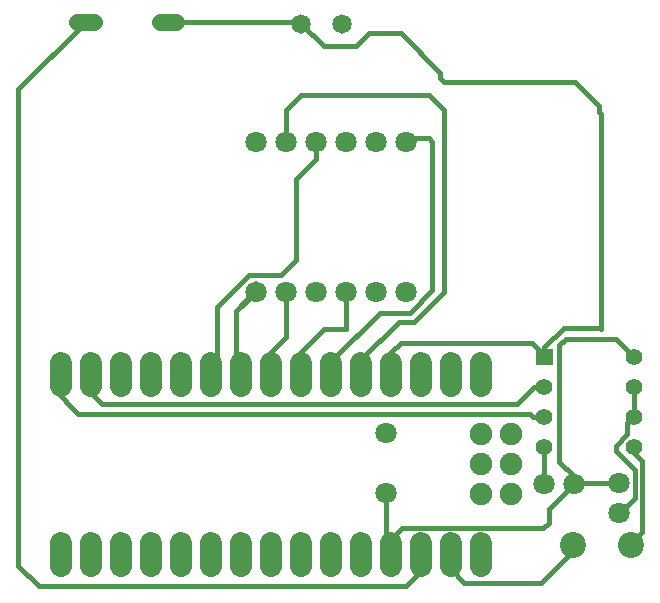
<source format=gbl>
%FSLAX34Y34*%
%MOMM*%
%LNSILK_TOP*%
G71*
G01*
%ADD10C, 1.90*%
%ADD11C, 1.90*%
%ADD12C, 1.80*%
%ADD13C, 0.50*%
%ADD14C, 1.40*%
%ADD15C, 0.40*%
%ADD16C, 1.80*%
%ADD17C, 1.64*%
%ADD18C, 2.20*%
%ADD19C, 1.40*%
%LPD*%
G54D10*
X549275Y480988D02*
X549275Y461988D01*
G54D10*
X574675Y480988D02*
X574675Y461988D01*
G54D10*
X600075Y480988D02*
X600075Y461988D01*
G54D10*
X625475Y480988D02*
X625475Y461988D01*
G54D10*
X650875Y480988D02*
X650875Y461988D01*
G54D10*
X676275Y480988D02*
X676275Y461988D01*
G54D10*
X701675Y480988D02*
X701675Y461988D01*
G54D10*
X727075Y480988D02*
X727075Y461988D01*
G54D10*
X752475Y480988D02*
X752475Y461988D01*
G54D10*
X777875Y480988D02*
X777875Y461988D01*
G54D10*
X803275Y480988D02*
X803275Y461988D01*
G54D10*
X828675Y480988D02*
X828675Y461988D01*
G54D10*
X854075Y480988D02*
X854075Y461988D01*
G54D10*
X879475Y480988D02*
X879475Y461988D01*
G54D10*
X904875Y480988D02*
X904875Y461988D01*
G54D10*
X549275Y633388D02*
X549275Y614388D01*
G54D10*
X574675Y633388D02*
X574675Y614388D01*
G54D10*
X600075Y633388D02*
X600075Y614388D01*
G54D10*
X625475Y633388D02*
X625475Y614388D01*
G54D10*
X650875Y633388D02*
X650875Y614388D01*
G54D10*
X676275Y633388D02*
X676275Y614388D01*
G54D10*
X701675Y633388D02*
X701675Y614388D01*
G54D10*
X727075Y633388D02*
X727075Y614388D01*
G54D10*
X752475Y633388D02*
X752475Y614388D01*
G54D10*
X777875Y633388D02*
X777875Y614388D01*
G54D10*
X803275Y633388D02*
X803275Y614388D01*
G54D10*
X828675Y633388D02*
X828675Y614388D01*
G54D10*
X854075Y633388D02*
X854075Y614388D01*
G54D10*
X879475Y633388D02*
X879475Y614388D01*
G54D10*
X904875Y633388D02*
X904875Y614388D01*
X930275Y573088D02*
G54D11*
D03*
X904875Y573087D02*
G54D11*
D03*
X930275Y547688D02*
G54D11*
D03*
X904875Y547688D02*
G54D11*
D03*
X930275Y522288D02*
G54D11*
D03*
X904875Y522288D02*
G54D11*
D03*
X714375Y820738D02*
G54D12*
D03*
X739775Y820738D02*
G54D12*
D03*
X765175Y820738D02*
G54D12*
D03*
X790575Y820738D02*
G54D12*
D03*
X815975Y820738D02*
G54D12*
D03*
X841375Y820738D02*
G54D12*
D03*
X714375Y693738D02*
G54D12*
D03*
X739775Y693738D02*
G54D12*
D03*
X765175Y693738D02*
G54D12*
D03*
X790575Y693738D02*
G54D12*
D03*
X815975Y693738D02*
G54D12*
D03*
X841375Y693738D02*
G54D12*
D03*
G54D13*
X714375Y700138D02*
X714375Y693738D01*
X701675Y681038D01*
G36*
X965400Y645713D02*
X965400Y631713D01*
X951400Y631713D01*
X951400Y645713D01*
X965400Y645713D01*
G37*
X958400Y613313D02*
G54D14*
D03*
X958400Y587913D02*
G54D14*
D03*
X958400Y562513D02*
G54D14*
D03*
X1034600Y562513D02*
G54D14*
D03*
X1034600Y587913D02*
G54D14*
D03*
X1034600Y613313D02*
G54D14*
D03*
X1034600Y638713D02*
G54D14*
D03*
G54D15*
X958400Y638713D02*
X958400Y640213D01*
X947738Y650875D01*
X836612Y650875D01*
X828675Y642938D01*
X828675Y623888D01*
G54D15*
X958400Y613313D02*
X949863Y613313D01*
X935038Y598488D01*
X584200Y598488D01*
X574675Y608012D01*
G54D15*
X958400Y587913D02*
X948787Y587913D01*
X946150Y590550D01*
X563512Y590550D01*
X542875Y611188D01*
X542875Y617488D01*
X549275Y623888D01*
X983412Y530759D02*
G54D16*
D03*
X958012Y530759D02*
G54D16*
D03*
G54D15*
X958400Y562513D02*
X958400Y531147D01*
X958012Y530759D01*
G54D15*
X983412Y530759D02*
X983196Y530759D01*
X962025Y509588D01*
X962025Y498475D01*
X957262Y493712D01*
X838200Y493712D01*
X828675Y484188D01*
X828675Y471488D01*
G54D15*
X983412Y530759D02*
X983412Y537501D01*
X971100Y549813D01*
X971100Y648837D01*
X976312Y654050D01*
X1019263Y654050D01*
X1034600Y638713D01*
G54D15*
X1034600Y613313D02*
X1034600Y587913D01*
X1021664Y531660D02*
G54D16*
D03*
X1021664Y506260D02*
G54D16*
D03*
G54D15*
X1021664Y531660D02*
X984313Y531660D01*
X983412Y530759D01*
G54D15*
X1034600Y562513D02*
X1034600Y557663D01*
X1041400Y550862D01*
X1041400Y490538D01*
X1036638Y485775D01*
G54D15*
X1028700Y582612D02*
X1029299Y582612D01*
X1034600Y587913D01*
X1034000Y587913D01*
X1028700Y582612D01*
X1028700Y573088D01*
X1019175Y563562D01*
X1019175Y558800D01*
X1035050Y542925D01*
X1035050Y519646D01*
X1021664Y506260D01*
X752300Y920750D02*
G54D17*
D03*
X787400Y920750D02*
G54D17*
D03*
G54D15*
X958400Y638713D02*
X958400Y647250D01*
X974725Y663575D01*
X1004888Y663575D01*
X1006475Y661988D01*
X1006475Y844550D01*
X1004888Y846138D01*
X1004888Y850900D01*
X984250Y871538D01*
X873125Y871538D01*
X869950Y874712D01*
X869950Y879475D01*
X836612Y912812D01*
X809625Y912812D01*
X798512Y901700D01*
X771350Y901700D01*
X752300Y920750D01*
X1031875Y479425D02*
G54D18*
D03*
X982275Y479425D02*
G54D18*
D03*
G54D15*
X982275Y479425D02*
X982275Y474275D01*
X955675Y447675D01*
X890588Y447675D01*
X879475Y458788D01*
X879475Y471488D01*
X823913Y574675D02*
G54D16*
D03*
X823913Y523875D02*
G54D16*
D03*
G54D15*
X823913Y523875D02*
X823913Y476249D01*
X828675Y471488D01*
G54D19*
X646729Y922232D02*
X632729Y922232D01*
G54D19*
X576879Y922232D02*
X562879Y922232D01*
G54D15*
X639729Y922232D02*
X750818Y922232D01*
X752300Y920750D01*
G54D15*
X854075Y471488D02*
X854075Y457200D01*
X841375Y444500D01*
X530225Y444500D01*
X512762Y461962D01*
X512762Y865116D01*
X569879Y922232D01*
G54D15*
X739775Y820738D02*
X739775Y847725D01*
X752475Y860425D01*
X860425Y860425D01*
X873125Y847725D01*
X873125Y693738D01*
X847725Y668338D01*
X835025Y668338D01*
X803275Y636588D01*
X803275Y623888D01*
G54D15*
X777875Y636588D02*
X779462Y636588D01*
X819150Y676275D01*
X844550Y676275D01*
X863600Y695325D01*
X863600Y820738D01*
X860425Y823912D01*
X844550Y823912D01*
X841375Y820738D01*
G54D15*
X790575Y693738D02*
X790575Y661988D01*
X771475Y661988D01*
X746075Y636588D01*
X746075Y630288D01*
X752475Y623888D01*
G54D15*
X739775Y693738D02*
X739775Y655688D01*
X720675Y636588D01*
X720675Y630288D01*
X727075Y623888D01*
G54D15*
X714375Y693738D02*
X712788Y693738D01*
X696912Y677862D01*
X696912Y628650D01*
X701675Y623888D01*
G54D15*
X765175Y820738D02*
X765175Y806450D01*
X747712Y788988D01*
X747712Y720725D01*
X735012Y708025D01*
X708025Y708025D01*
X681038Y681038D01*
X681038Y628650D01*
X676275Y623888D01*
M02*

</source>
